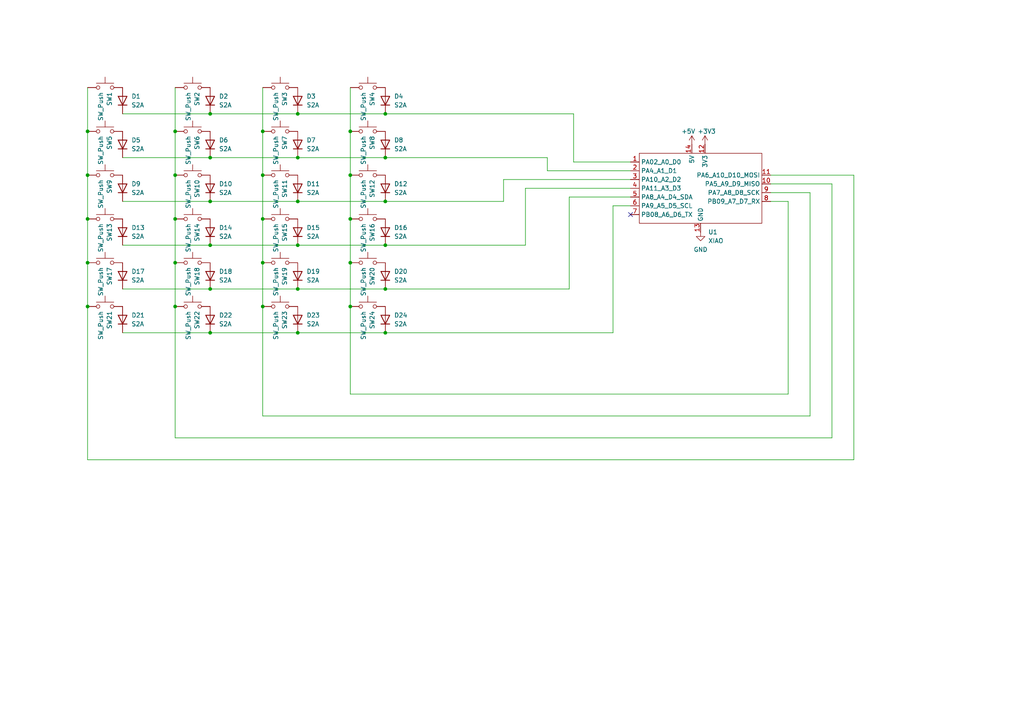
<source format=kicad_sch>
(kicad_sch (version 20231120) (generator "eeschema") (generator_version "8.0")
  (paper "A4")
  (lib_symbols
    (symbol "Device:D" (pin_numbers hide) (pin_names (offset 1.016) hide)
      (property "Reference" "D" (at 0 2.54 0))
      (property "Value" "D" (at 0 -2.54 0))
      (symbol "D_0_1"
        (polyline (pts (xy -1.27 1.27) (xy -1.27 -1.27)) (stroke (width 0.254)))
        (polyline (pts (xy 1.27 0) (xy -1.27 0)))
        (polyline (pts (xy 1.27 1.27) (xy 1.27 -1.27) (xy -1.27 0) (xy 1.27 1.27)) (stroke (width 0.254)))
      )
      (symbol "D_1_1"
        (pin passive line (at -3.81 0 0) (length 2.54) (name "K") (number "1"))
        (pin passive line (at 3.81 0 180) (length 2.54) (name "A") (number "2"))
      )
    )
    (symbol "Switch:SW_Push" (pin_numbers hide) (pin_names (offset 1.016) hide)
      (property "Reference" "SW" (at 1.27 2.54 0))
      (property "Value" "SW_Push" (at 0 -1.524 0))
      (symbol "SW_Push_0_1"
        (circle (center -2.032 0) (radius 0.508))
        (polyline (pts (xy 0 1.27) (xy 0 3.048)))
        (polyline (pts (xy 2.54 1.27) (xy -2.54 1.27)))
        (circle (center 2.032 0) (radius 0.508))
        (pin passive line (at -5.08 0 0) (length 2.54) (name "1") (number "1"))
        (pin passive line (at 5.08 0 180) (length 2.54) (name "2") (number "2"))
      )
    )
    (symbol "XIAO_RP2040:MOUDLE-SEEEDUINO-XIAO"
      (property "Reference" "U" (at -16.51 11.43 0))
      (property "Value" "XIAO" (at -14.478 -11.43 0))
      (symbol "MOUDLE-SEEEDUINO-XIAO_0_1"
        (rectangle (start -16.51 10.16) (end 19.05 -10.16))
      )
      (symbol "MOUDLE-SEEEDUINO-XIAO_1_1"
        (pin bidirectional line (at -19.05 7.62 0) (length 2.54) (name "PA02_A0_D0") (number "1"))
        (pin bidirectional line (at 21.59 1.27 180) (length 2.54) (name "PA5_A9_D9_MISO") (number "10"))
        (pin bidirectional line (at 21.59 3.81 180) (length 2.54) (name "PA6_A10_D10_MOSI") (number "11"))
        (pin power_out line (at 2.54 12.7 270) (length 2.54) (name "3V3") (number "12"))
        (pin power_out line (at 1.27 -12.7 90) (length 2.54) (name "GND") (number "13"))
        (pin power_out line (at -1.27 12.7 270) (length 2.54) (name "5V") (number "14"))
        (pin bidirectional line (at -19.05 5.08 0) (length 2.54) (name "PA4_A1_D1") (number "2"))
        (pin bidirectional line (at -19.05 2.54 0) (length 2.54) (name "PA10_A2_D2") (number "3"))
        (pin bidirectional line (at -19.05 0 0) (length 2.54) (name "PA11_A3_D3") (number "4"))
        (pin bidirectional line (at -19.05 -2.54 0) (length 2.54) (name "PA8_A4_D4_SDA") (number "5"))
        (pin bidirectional line (at -19.05 -5.08 0) (length 2.54) (name "PA9_A5_D5_SCL") (number "6"))
        (pin bidirectional line (at -19.05 -7.62 0) (length 2.54) (name "PB08_A6_D6_TX") (number "7"))
        (pin bidirectional line (at 21.59 -3.81 180) (length 2.54) (name "PB09_A7_D7_RX") (number "8"))
        (pin bidirectional line (at 21.59 -1.27 180) (length 2.54) (name "PA7_A8_D8_SCK") (number "9"))
      )
    )
    (symbol "power:+3V3" (power) (pin_numbers hide) (pin_names (offset 0) hide)
      (property "Value" "+3V3" (at 0 3.556 0))
      (symbol "+3V3_0_1"
        (polyline (pts (xy -0.762 1.27) (xy 0 2.54)))
        (polyline (pts (xy 0 0) (xy 0 2.54)))
        (polyline (pts (xy 0 2.54) (xy 0.762 1.27)))
      )
      (symbol "+3V3_1_1"
        (pin power_in line (at 0 0 90) (length 0) (name "~") (number "1"))
      )
    )
    (symbol "power:+5V" (power) (pin_numbers hide) (pin_names (offset 0) hide)
      (property "Value" "+5V" (at 0 3.556 0))
      (symbol "+5V_0_1"
        (polyline (pts (xy -0.762 1.27) (xy 0 2.54)))
        (polyline (pts (xy 0 0) (xy 0 2.54)))
        (polyline (pts (xy 0 2.54) (xy 0.762 1.27)))
      )
      (symbol "+5V_1_1"
        (pin power_in line (at 0 0 90) (length 0) (name "~") (number "1"))
      )
    )
    (symbol "power:GND" (power) (pin_numbers hide) (pin_names (offset 0) hide)
      (property "Value" "GND" (at 0 -3.81 0))
      (symbol "GND_0_1"
        (polyline (pts (xy 0 0) (xy 0 -1.27) (xy 1.27 -1.27) (xy 0 -2.54) (xy -1.27 -1.27) (xy 0 -1.27)))
      )
      (symbol "GND_1_1"
        (pin power_in line (at 0 0 270) (length 0) (name "~") (number "1"))
      )
    )
  )
  (junction (at 111.76 96.52))
  (junction (at 76.2 50.8))
  (junction (at 76.2 38.1))
  (junction (at 60.96 71.12))
  (junction (at 25.4 63.5))
  (junction (at 50.8 50.8))
  (junction (at 111.76 33.02))
  (junction (at 76.2 88.9))
  (junction (at 111.76 45.72))
  (junction (at 50.8 76.2))
  (junction (at 76.2 76.2))
  (junction (at 60.96 45.72))
  (junction (at 50.8 38.1))
  (junction (at 101.6 38.1))
  (junction (at 50.8 63.5))
  (junction (at 86.36 83.82))
  (junction (at 60.96 83.82))
  (junction (at 50.8 88.9))
  (junction (at 101.6 76.2))
  (junction (at 25.4 50.8))
  (junction (at 86.36 96.52))
  (junction (at 25.4 76.2))
  (junction (at 86.36 71.12))
  (junction (at 101.6 50.8))
  (junction (at 111.76 83.82))
  (junction (at 86.36 33.02))
  (junction (at 101.6 88.9))
  (junction (at 25.4 88.9))
  (junction (at 25.4 38.1))
  (junction (at 86.36 45.72))
  (junction (at 60.96 33.02))
  (junction (at 111.76 71.12))
  (junction (at 60.96 96.52))
  (junction (at 60.96 58.42))
  (junction (at 111.76 58.42))
  (junction (at 86.36 58.42))
  (junction (at 76.2 63.5))
  (junction (at 101.6 63.5))
  (no_connect (at 182.88 62.23))
  (wire (pts (xy 152.4 54.61) (xy 152.4 71.12)))
  (wire (pts (xy 35.56 96.52) (xy 60.96 96.52)))
  (wire (pts (xy 223.52 55.88) (xy 234.95 55.88)))
  (wire (pts (xy 86.36 71.12) (xy 111.76 71.12)))
  (wire (pts (xy 111.76 96.52) (xy 177.8 96.52)))
  (wire (pts (xy 86.36 58.42) (xy 111.76 58.42)))
  (wire (pts (xy 182.88 46.99) (xy 166.37 46.99)))
  (wire (pts (xy 223.52 50.8) (xy 247.65 50.8)))
  (wire (pts (xy 177.8 59.69) (xy 177.8 96.52)))
  (wire (pts (xy 60.96 71.12) (xy 86.36 71.12)))
  (wire (pts (xy 86.36 83.82) (xy 111.76 83.82)))
  (wire (pts (xy 182.88 54.61) (xy 152.4 54.61)))
  (wire (pts (xy 101.6 50.8) (xy 101.6 63.5)))
  (wire (pts (xy 60.96 96.52) (xy 86.36 96.52)))
  (wire (pts (xy 50.8 25.4) (xy 50.8 38.1)))
  (wire (pts (xy 25.4 63.5) (xy 25.4 76.2)))
  (wire (pts (xy 165.1 57.15) (xy 165.1 83.82)))
  (wire (pts (xy 158.75 49.53) (xy 158.75 45.72)))
  (wire (pts (xy 101.6 38.1) (xy 101.6 50.8)))
  (wire (pts (xy 101.6 25.4) (xy 101.6 38.1)))
  (wire (pts (xy 111.76 45.72) (xy 158.75 45.72)))
  (wire (pts (xy 76.2 25.4) (xy 76.2 38.1)))
  (wire (pts (xy 111.76 71.12) (xy 152.4 71.12)))
  (wire (pts (xy 234.95 120.65) (xy 76.2 120.65)))
  (wire (pts (xy 25.4 76.2) (xy 25.4 88.9)))
  (wire (pts (xy 111.76 33.02) (xy 166.37 33.02)))
  (wire (pts (xy 60.96 45.72) (xy 86.36 45.72)))
  (wire (pts (xy 86.36 33.02) (xy 111.76 33.02)))
  (wire (pts (xy 35.56 33.02) (xy 60.96 33.02)))
  (wire (pts (xy 223.52 58.42) (xy 228.6 58.42)))
  (wire (pts (xy 50.8 76.2) (xy 50.8 88.9)))
  (wire (pts (xy 146.05 52.07) (xy 146.05 58.42)))
  (wire (pts (xy 86.36 96.52) (xy 111.76 96.52)))
  (wire (pts (xy 101.6 63.5) (xy 101.6 76.2)))
  (wire (pts (xy 182.88 52.07) (xy 146.05 52.07)))
  (wire (pts (xy 228.6 58.42) (xy 228.6 114.3)))
  (wire (pts (xy 247.65 50.8) (xy 247.65 133.35)))
  (wire (pts (xy 25.4 38.1) (xy 25.4 50.8)))
  (wire (pts (xy 35.56 45.72) (xy 60.96 45.72)))
  (wire (pts (xy 76.2 50.8) (xy 76.2 63.5)))
  (wire (pts (xy 76.2 88.9) (xy 76.2 120.65)))
  (wire (pts (xy 76.2 63.5) (xy 76.2 76.2)))
  (wire (pts (xy 182.88 49.53) (xy 158.75 49.53)))
  (wire (pts (xy 76.2 38.1) (xy 76.2 50.8)))
  (wire (pts (xy 241.3 127) (xy 50.8 127)))
  (wire (pts (xy 223.52 53.34) (xy 241.3 53.34)))
  (wire (pts (xy 60.96 33.02) (xy 86.36 33.02)))
  (wire (pts (xy 50.8 88.9) (xy 50.8 127)))
  (wire (pts (xy 234.95 55.88) (xy 234.95 120.65)))
  (wire (pts (xy 247.65 133.35) (xy 25.4 133.35)))
  (wire (pts (xy 25.4 25.4) (xy 25.4 38.1)))
  (wire (pts (xy 166.37 46.99) (xy 166.37 33.02)))
  (wire (pts (xy 50.8 63.5) (xy 50.8 76.2)))
  (wire (pts (xy 182.88 59.69) (xy 177.8 59.69)))
  (wire (pts (xy 35.56 83.82) (xy 60.96 83.82)))
  (wire (pts (xy 50.8 38.1) (xy 50.8 50.8)))
  (wire (pts (xy 76.2 76.2) (xy 76.2 88.9)))
  (wire (pts (xy 228.6 114.3) (xy 101.6 114.3)))
  (wire (pts (xy 35.56 71.12) (xy 60.96 71.12)))
  (wire (pts (xy 50.8 50.8) (xy 50.8 63.5)))
  (wire (pts (xy 60.96 83.82) (xy 86.36 83.82)))
  (wire (pts (xy 241.3 53.34) (xy 241.3 127)))
  (wire (pts (xy 86.36 45.72) (xy 111.76 45.72)))
  (wire (pts (xy 60.96 58.42) (xy 86.36 58.42)))
  (wire (pts (xy 35.56 58.42) (xy 60.96 58.42)))
  (wire (pts (xy 25.4 88.9) (xy 25.4 133.35)))
  (wire (pts (xy 25.4 50.8) (xy 25.4 63.5)))
  (wire (pts (xy 101.6 76.2) (xy 101.6 88.9)))
  (wire (pts (xy 111.76 58.42) (xy 146.05 58.42)))
  (wire (pts (xy 101.6 88.9) (xy 101.6 114.3)))
  (wire (pts (xy 111.76 83.82) (xy 165.1 83.82)))
  (wire (pts (xy 182.88 57.15) (xy 165.1 57.15)))
  (symbol (lib_id "Device:D") (at 60.96 80.01 90) (unit 1)
    (property "Reference" "D18" (at 63.5 78.7399 90) (effects (justify right)))
    (property "Value" "S2A" (at 63.5 81.2799 90) (effects (justify right)))
    (property "Description" "Diode" (effects (hide yes)))
    (property "Sim.Device" "D" (effects (hide yes)))
    (property "Sim.Pins" "1=K 2=A" (effects (hide yes)))
  )
  (symbol (lib_id "Device:D") (at 60.96 54.61 90) (unit 1)
    (property "Reference" "D10" (at 63.5 53.3399 90) (effects (justify right)))
    (property "Value" "S2A" (at 63.5 55.8799 90) (effects (justify right)))
    (property "Description" "Diode" (effects (hide yes)))
    (property "Sim.Device" "D" (effects (hide yes)))
    (property "Sim.Pins" "1=K 2=A" (effects (hide yes)))
  )
  (symbol (lib_id "Switch:SW_Push") (at 106.68 38.1 0) (unit 1)
    (property "Reference" "SW8" (at 107.9501 39.37 90) (effects (justify right)))
    (property "Value" "SW_Push" (at 105.4101 39.37 90) (effects (justify right)))
    (property "Description" "Push button switch, generic, two pins" (effects (hide yes)))
  )
  (symbol (lib_id "Device:D") (at 111.76 67.31 90) (unit 1)
    (property "Reference" "D16" (at 114.3 66.0399 90) (effects (justify right)))
    (property "Value" "S2A" (at 114.3 68.5799 90) (effects (justify right)))
    (property "Description" "Diode" (effects (hide yes)))
    (property "Sim.Device" "D" (effects (hide yes)))
    (property "Sim.Pins" "1=K 2=A" (effects (hide yes)))
  )
  (symbol (lib_id "Device:D") (at 111.76 29.21 90) (unit 1)
    (property "Reference" "D4" (at 114.3 27.9399 90) (effects (justify right)))
    (property "Value" "S2A" (at 114.3 30.4799 90) (effects (justify right)))
    (property "Description" "Diode" (effects (hide yes)))
    (property "Sim.Device" "D" (effects (hide yes)))
    (property "Sim.Pins" "1=K 2=A" (effects (hide yes)))
  )
  (symbol (lib_id "Device:D") (at 35.56 92.71 90) (unit 1)
    (property "Reference" "D21" (at 38.1 91.4399 90) (effects (justify right)))
    (property "Value" "S2A" (at 38.1 93.9799 90) (effects (justify right)))
    (property "Description" "Diode" (effects (hide yes)))
    (property "Sim.Device" "D" (effects (hide yes)))
    (property "Sim.Pins" "1=K 2=A" (effects (hide yes)))
  )
  (symbol (lib_id "Device:D") (at 60.96 67.31 90) (unit 1)
    (property "Reference" "D14" (at 63.5 66.0399 90) (effects (justify right)))
    (property "Value" "S2A" (at 63.5 68.5799 90) (effects (justify right)))
    (property "Description" "Diode" (effects (hide yes)))
    (property "Sim.Device" "D" (effects (hide yes)))
    (property "Sim.Pins" "1=K 2=A" (effects (hide yes)))
  )
  (symbol (lib_id "Device:D") (at 35.56 29.21 90) (unit 1)
    (property "Reference" "D1" (at 38.1 27.9399 90) (effects (justify right)))
    (property "Value" "S2A" (at 38.1 30.4799 90) (effects (justify right)))
    (property "Description" "Diode" (effects (hide yes)))
    (property "Sim.Device" "D" (effects (hide yes)))
    (property "Sim.Pins" "1=K 2=A" (effects (hide yes)))
  )
  (symbol (lib_id "Switch:SW_Push") (at 81.28 25.4 0) (unit 1)
    (property "Reference" "SW3" (at 82.5501 26.67 90) (effects (justify right)))
    (property "Value" "SW_Push" (at 80.0101 26.67 90) (effects (justify right)))
    (property "Description" "Push button switch, generic, two pins" (effects (hide yes)))
  )
  (symbol (lib_id "Switch:SW_Push") (at 81.28 63.5 0) (unit 1)
    (property "Reference" "SW15" (at 82.5501 64.77 90) (effects (justify right)))
    (property "Value" "SW_Push" (at 80.0101 64.77 90) (effects (justify right)))
    (property "Description" "Push button switch, generic, two pins" (effects (hide yes)))
  )
  (symbol (lib_id "Device:D") (at 60.96 92.71 90) (unit 1)
    (property "Reference" "D22" (at 63.5 91.4399 90) (effects (justify right)))
    (property "Value" "S2A" (at 63.5 93.9799 90) (effects (justify right)))
    (property "Description" "Diode" (effects (hide yes)))
    (property "Sim.Device" "D" (effects (hide yes)))
    (property "Sim.Pins" "1=K 2=A" (effects (hide yes)))
  )
  (symbol (lib_id "power:+5V") (at 200.66 41.91 0) (unit 1)
    (property "Reference" "#PWR01" (effects (hide yes)))
    (property "Value" "+5V" (at 199.644 38.1 0))
    (property "Description" "Power symbol creates a global label with name \"+5V\"" (effects (hide yes)))
  )
  (symbol (lib_id "Switch:SW_Push") (at 30.48 76.2 0) (unit 1)
    (property "Reference" "SW17" (at 31.7501 77.47 90) (effects (justify right)))
    (property "Value" "SW_Push" (at 29.2101 77.47 90) (effects (justify right)))
    (property "Description" "Push button switch, generic, two pins" (effects (hide yes)))
  )
  (symbol (lib_id "XIAO_RP2040:MOUDLE-SEEEDUINO-XIAO") (at 201.93 54.61 0) (unit 1)
    (property "Reference" "U1" (at 205.3941 67.31 0) (effects (justify left)))
    (property "Value" "XIAO" (at 205.3941 69.85 0) (effects (justify left)))
  )
  (symbol (lib_id "Switch:SW_Push") (at 81.28 88.9 0) (unit 1)
    (property "Reference" "SW23" (at 82.5501 90.17 90) (effects (justify right)))
    (property "Value" "SW_Push" (at 80.0101 90.17 90) (effects (justify right)))
    (property "Description" "Push button switch, generic, two pins" (effects (hide yes)))
  )
  (symbol (lib_id "Device:D") (at 60.96 41.91 90) (unit 1)
    (property "Reference" "D6" (at 63.5 40.6399 90) (effects (justify right)))
    (property "Value" "S2A" (at 63.5 43.1799 90) (effects (justify right)))
    (property "Description" "Diode" (effects (hide yes)))
    (property "Sim.Device" "D" (effects (hide yes)))
    (property "Sim.Pins" "1=K 2=A" (effects (hide yes)))
  )
  (symbol (lib_id "Device:D") (at 86.36 54.61 90) (unit 1)
    (property "Reference" "D11" (at 88.9 53.3399 90) (effects (justify right)))
    (property "Value" "S2A" (at 88.9 55.8799 90) (effects (justify right)))
    (property "Description" "Diode" (effects (hide yes)))
    (property "Sim.Device" "D" (effects (hide yes)))
    (property "Sim.Pins" "1=K 2=A" (effects (hide yes)))
  )
  (symbol (lib_id "Switch:SW_Push") (at 30.48 63.5 0) (unit 1)
    (property "Reference" "SW13" (at 31.7501 64.77 90) (effects (justify right)))
    (property "Value" "SW_Push" (at 29.2101 64.77 90) (effects (justify right)))
    (property "Description" "Push button switch, generic, two pins" (effects (hide yes)))
  )
  (symbol (lib_id "Device:D") (at 86.36 80.01 90) (unit 1)
    (property "Reference" "D19" (at 88.9 78.7399 90) (effects (justify right)))
    (property "Value" "S2A" (at 88.9 81.2799 90) (effects (justify right)))
    (property "Description" "Diode" (effects (hide yes)))
    (property "Sim.Device" "D" (effects (hide yes)))
    (property "Sim.Pins" "1=K 2=A" (effects (hide yes)))
  )
  (symbol (lib_id "Switch:SW_Push") (at 81.28 38.1 0) (unit 1)
    (property "Reference" "SW7" (at 82.5501 39.37 90) (effects (justify right)))
    (property "Value" "SW_Push" (at 80.0101 39.37 90) (effects (justify right)))
    (property "Description" "Push button switch, generic, two pins" (effects (hide yes)))
  )
  (symbol (lib_id "Switch:SW_Push") (at 30.48 50.8 0) (unit 1)
    (property "Reference" "SW9" (at 31.7501 52.07 90) (effects (justify right)))
    (property "Value" "SW_Push" (at 29.2101 52.07 90) (effects (justify right)))
    (property "Description" "Push button switch, generic, two pins" (effects (hide yes)))
  )
  (symbol (lib_id "Switch:SW_Push") (at 55.88 38.1 0) (unit 1)
    (property "Reference" "SW6" (at 57.1501 39.37 90) (effects (justify right)))
    (property "Value" "SW_Push" (at 54.6101 39.37 90) (effects (justify right)))
    (property "Description" "Push button switch, generic, two pins" (effects (hide yes)))
  )
  (symbol (lib_id "Switch:SW_Push") (at 55.88 63.5 0) (unit 1)
    (property "Reference" "SW14" (at 57.1501 64.77 90) (effects (justify right)))
    (property "Value" "SW_Push" (at 54.6101 64.77 90) (effects (justify right)))
    (property "Description" "Push button switch, generic, two pins" (effects (hide yes)))
  )
  (symbol (lib_id "Switch:SW_Push") (at 55.88 88.9 0) (unit 1)
    (property "Reference" "SW22" (at 57.1501 90.17 90) (effects (justify right)))
    (property "Value" "SW_Push" (at 54.6101 90.17 90) (effects (justify right)))
    (property "Description" "Push button switch, generic, two pins" (effects (hide yes)))
  )
  (symbol (lib_id "Device:D") (at 111.76 80.01 90) (unit 1)
    (property "Reference" "D20" (at 114.3 78.7399 90) (effects (justify right)))
    (property "Value" "S2A" (at 114.3 81.2799 90) (effects (justify right)))
    (property "Description" "Diode" (effects (hide yes)))
    (property "Sim.Device" "D" (effects (hide yes)))
    (property "Sim.Pins" "1=K 2=A" (effects (hide yes)))
  )
  (symbol (lib_id "Switch:SW_Push") (at 55.88 25.4 0) (unit 1)
    (property "Reference" "SW2" (at 57.1501 26.67 90) (effects (justify right)))
    (property "Value" "SW_Push" (at 54.6101 26.67 90) (effects (justify right)))
    (property "Description" "Push button switch, generic, two pins" (effects (hide yes)))
  )
  (symbol (lib_id "Switch:SW_Push") (at 106.68 76.2 0) (unit 1)
    (property "Reference" "SW20" (at 107.9501 77.47 90) (effects (justify right)))
    (property "Value" "SW_Push" (at 105.4101 77.47 90) (effects (justify right)))
    (property "Description" "Push button switch, generic, two pins" (effects (hide yes)))
  )
  (symbol (lib_id "Device:D") (at 111.76 92.71 90) (unit 1)
    (property "Reference" "D24" (at 114.3 91.4399 90) (effects (justify right)))
    (property "Value" "S2A" (at 114.3 93.9799 90) (effects (justify right)))
    (property "Description" "Diode" (effects (hide yes)))
    (property "Sim.Device" "D" (effects (hide yes)))
    (property "Sim.Pins" "1=K 2=A" (effects (hide yes)))
  )
  (symbol (lib_id "Device:D") (at 86.36 29.21 90) (unit 1)
    (property "Reference" "D3" (at 88.9 27.9399 90) (effects (justify right)))
    (property "Value" "S2A" (at 88.9 30.4799 90) (effects (justify right)))
    (property "Description" "Diode" (effects (hide yes)))
    (property "Sim.Device" "D" (effects (hide yes)))
    (property "Sim.Pins" "1=K 2=A" (effects (hide yes)))
  )
  (symbol (lib_id "Switch:SW_Push") (at 30.48 25.4 0) (unit 1)
    (property "Reference" "SW1" (at 31.7501 26.67 90) (effects (justify right)))
    (property "Value" "SW_Push" (at 29.2101 26.67 90) (effects (justify right)))
    (property "Description" "Push button switch, generic, two pins" (effects (hide yes)))
  )
  (symbol (lib_id "Switch:SW_Push") (at 30.48 38.1 0) (unit 1)
    (property "Reference" "SW5" (at 31.7501 39.37 90) (effects (justify right)))
    (property "Value" "SW_Push" (at 29.2101 39.37 90) (effects (justify right)))
    (property "Description" "Push button switch, generic, two pins" (effects (hide yes)))
  )
  (symbol (lib_id "Device:D") (at 111.76 54.61 90) (unit 1)
    (property "Reference" "D12" (at 114.3 53.3399 90) (effects (justify right)))
    (property "Value" "S2A" (at 114.3 55.8799 90) (effects (justify right)))
    (property "Description" "Diode" (effects (hide yes)))
    (property "Sim.Device" "D" (effects (hide yes)))
    (property "Sim.Pins" "1=K 2=A" (effects (hide yes)))
  )
  (symbol (lib_id "Device:D") (at 60.96 29.21 90) (unit 1)
    (property "Reference" "D2" (at 63.5 27.9399 90) (effects (justify right)))
    (property "Value" "S2A" (at 63.5 30.4799 90) (effects (justify right)))
    (property "Description" "Diode" (effects (hide yes)))
    (property "Sim.Device" "D" (effects (hide yes)))
    (property "Sim.Pins" "1=K 2=A" (effects (hide yes)))
  )
  (symbol (lib_id "Switch:SW_Push") (at 106.68 63.5 0) (unit 1)
    (property "Reference" "SW16" (at 107.9501 64.77 90) (effects (justify right)))
    (property "Value" "SW_Push" (at 105.4101 64.77 90) (effects (justify right)))
    (property "Description" "Push button switch, generic, two pins" (effects (hide yes)))
  )
  (symbol (lib_id "Switch:SW_Push") (at 106.68 88.9 0) (unit 1)
    (property "Reference" "SW24" (at 107.9501 90.17 90) (effects (justify right)))
    (property "Value" "SW_Push" (at 105.4101 90.17 90) (effects (justify right)))
    (property "Description" "Push button switch, generic, two pins" (effects (hide yes)))
  )
  (symbol (lib_id "Switch:SW_Push") (at 106.68 25.4 0) (unit 1)
    (property "Reference" "SW4" (at 107.9501 26.67 90) (effects (justify right)))
    (property "Value" "SW_Push" (at 105.4101 26.67 90) (effects (justify right)))
    (property "Description" "Push button switch, generic, two pins" (effects (hide yes)))
  )
  (symbol (lib_id "Device:D") (at 111.76 41.91 90) (unit 1)
    (property "Reference" "D8" (at 114.3 40.6399 90) (effects (justify right)))
    (property "Value" "S2A" (at 114.3 43.1799 90) (effects (justify right)))
    (property "Description" "Diode" (effects (hide yes)))
    (property "Sim.Device" "D" (effects (hide yes)))
    (property "Sim.Pins" "1=K 2=A" (effects (hide yes)))
  )
  (symbol (lib_id "Switch:SW_Push") (at 81.28 76.2 0) (unit 1)
    (property "Reference" "SW19" (at 82.5501 77.47 90) (effects (justify right)))
    (property "Value" "SW_Push" (at 80.0101 77.47 90) (effects (justify right)))
    (property "Description" "Push button switch, generic, two pins" (effects (hide yes)))
  )
  (symbol (lib_id "Switch:SW_Push") (at 30.48 88.9 0) (unit 1)
    (property "Reference" "SW21" (at 31.7501 90.17 90) (effects (justify right)))
    (property "Value" "SW_Push" (at 29.2101 90.17 90) (effects (justify right)))
    (property "Description" "Push button switch, generic, two pins" (effects (hide yes)))
  )
  (symbol (lib_id "power:GND") (at 203.2 67.31 0) (unit 1)
    (property "Reference" "#PWR03" (effects (hide yes)))
    (property "Value" "GND" (at 203.2 72.39 0))
    (property "Description" "Power symbol creates a global label with name \"GND\" , ground" (effects (hide yes)))
  )
  (symbol (lib_id "power:+3V3") (at 204.47 41.91 0) (unit 1)
    (property "Reference" "#PWR02" (effects (hide yes)))
    (property "Value" "+3V3" (at 204.978 38.1 0))
    (property "Description" "Power symbol creates a global label with name \"+3V3\"" (effects (hide yes)))
  )
  (symbol (lib_id "Device:D") (at 35.56 41.91 90) (unit 1)
    (property "Reference" "D5" (at 38.1 40.6399 90) (effects (justify right)))
    (property "Value" "S2A" (at 38.1 43.1799 90) (effects (justify right)))
    (property "Description" "Diode" (effects (hide yes)))
    (property "Sim.Device" "D" (effects (hide yes)))
    (property "Sim.Pins" "1=K 2=A" (effects (hide yes)))
  )
  (symbol (lib_id "Device:D") (at 86.36 92.71 90) (unit 1)
    (property "Reference" "D23" (at 88.9 91.4399 90) (effects (justify right)))
    (property "Value" "S2A" (at 88.9 93.9799 90) (effects (justify right)))
    (property "Description" "Diode" (effects (hide yes)))
    (property "Sim.Device" "D" (effects (hide yes)))
    (property "Sim.Pins" "1=K 2=A" (effects (hide yes)))
  )
  (symbol (lib_id "Switch:SW_Push") (at 81.28 50.8 0) (unit 1)
    (property "Reference" "SW11" (at 82.5501 52.07 90) (effects (justify right)))
    (property "Value" "SW_Push" (at 80.0101 52.07 90) (effects (justify right)))
    (property "Description" "Push button switch, generic, two pins" (effects (hide yes)))
  )
  (symbol (lib_id "Device:D") (at 35.56 80.01 90) (unit 1)
    (property "Reference" "D17" (at 38.1 78.7399 90) (effects (justify right)))
    (property "Value" "S2A" (at 38.1 81.2799 90) (effects (justify right)))
    (property "Description" "Diode" (effects (hide yes)))
    (property "Sim.Device" "D" (effects (hide yes)))
    (property "Sim.Pins" "1=K 2=A" (effects (hide yes)))
  )
  (symbol (lib_id "Device:D") (at 86.36 67.31 90) (unit 1)
    (property "Reference" "D15" (at 88.9 66.0399 90) (effects (justify right)))
    (property "Value" "S2A" (at 88.9 68.5799 90) (effects (justify right)))
    (property "Description" "Diode" (effects (hide yes)))
    (property "Sim.Device" "D" (effects (hide yes)))
    (property "Sim.Pins" "1=K 2=A" (effects (hide yes)))
  )
  (symbol (lib_id "Device:D") (at 35.56 54.61 90) (unit 1)
    (property "Reference" "D9" (at 38.1 53.3399 90) (effects (justify right)))
    (property "Value" "S2A" (at 38.1 55.8799 90) (effects (justify right)))
    (property "Description" "Diode" (effects (hide yes)))
    (property "Sim.Device" "D" (effects (hide yes)))
    (property "Sim.Pins" "1=K 2=A" (effects (hide yes)))
  )
  (symbol (lib_id "Switch:SW_Push") (at 55.88 50.8 0) (unit 1)
    (property "Reference" "SW10" (at 57.1501 52.07 90) (effects (justify right)))
    (property "Value" "SW_Push" (at 54.6101 52.07 90) (effects (justify right)))
    (property "Description" "Push button switch, generic, two pins" (effects (hide yes)))
  )
  (symbol (lib_id "Switch:SW_Push") (at 55.88 76.2 0) (unit 1)
    (property "Reference" "SW18" (at 57.1501 77.47 90) (effects (justify right)))
    (property "Value" "SW_Push" (at 54.6101 77.47 90) (effects (justify right)))
    (property "Description" "Push button switch, generic, two pins" (effects (hide yes)))
  )
  (symbol (lib_id "Device:D") (at 35.56 67.31 90) (unit 1)
    (property "Reference" "D13" (at 38.1 66.0399 90) (effects (justify right)))
    (property "Value" "S2A" (at 38.1 68.5799 90) (effects (justify right)))
    (property "Description" "Diode" (effects (hide yes)))
    (property "Sim.Device" "D" (effects (hide yes)))
    (property "Sim.Pins" "1=K 2=A" (effects (hide yes)))
  )
  (symbol (lib_id "Switch:SW_Push") (at 106.68 50.8 0) (unit 1)
    (property "Reference" "SW12" (at 107.9501 52.07 90) (effects (justify right)))
    (property "Value" "SW_Push" (at 105.4101 52.07 90) (effects (justify right)))
    (property "Description" "Push button switch, generic, two pins" (effects (hide yes)))
  )
  (symbol (lib_id "Device:D") (at 86.36 41.91 90) (unit 1)
    (property "Reference" "D7" (at 88.9 40.6399 90) (effects (justify right)))
    (property "Value" "S2A" (at 88.9 43.1799 90) (effects (justify right)))
    (property "Description" "Diode" (effects (hide yes)))
    (property "Sim.Device" "D" (effects (hide yes)))
    (property "Sim.Pins" "1=K 2=A" (effects (hide yes)))
  )
)
</source>
